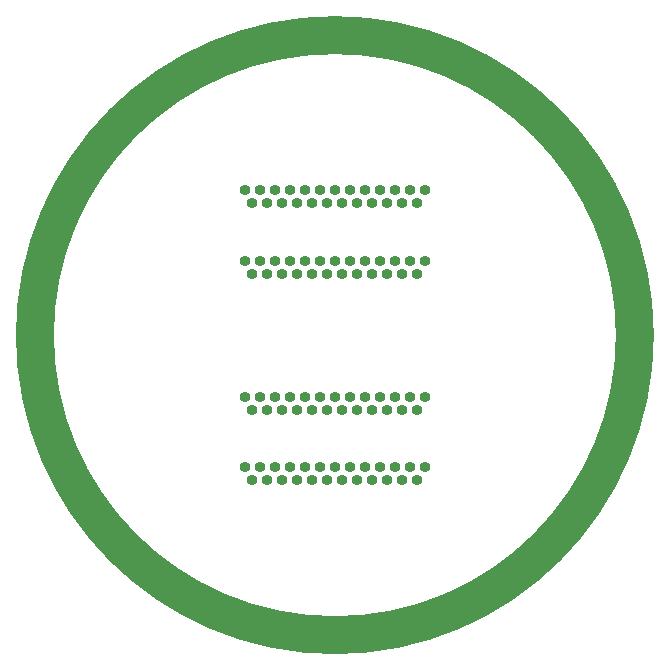
<source format=gbr>
%TF.GenerationSoftware,KiCad,Pcbnew,(5.1.10)-1*%
%TF.CreationDate,2023-01-05T11:00:30-07:00*%
%TF.ProjectId,Double_MicroD_25_Gateway,446f7562-6c65-45f4-9d69-63726f445f32,rev?*%
%TF.SameCoordinates,Original*%
%TF.FileFunction,Soldermask,Bot*%
%TF.FilePolarity,Negative*%
%FSLAX46Y46*%
G04 Gerber Fmt 4.6, Leading zero omitted, Abs format (unit mm)*
G04 Created by KiCad (PCBNEW (5.1.10)-1) date 2023-01-05 11:00:30*
%MOMM*%
%LPD*%
G01*
G04 APERTURE LIST*
%ADD10C,3.200000*%
%ADD11O,0.920000X0.920000*%
G04 APERTURE END LIST*
D10*
X25400000Y0D02*
G75*
G03*
X25400000Y0I-25400000J0D01*
G01*
D11*
%TO.C,J4*%
X7620000Y-11196000D03*
X6985000Y-12296000D03*
X6350000Y-11196000D03*
X5715000Y-12296000D03*
X5080000Y-11196000D03*
X4445000Y-12296000D03*
X3810000Y-11196000D03*
X3175000Y-12296000D03*
X2540000Y-11196000D03*
X1905000Y-12296000D03*
X1270000Y-11196000D03*
X635000Y-12296000D03*
X0Y-11196000D03*
X-635000Y-12296000D03*
X-1270000Y-11196000D03*
X-1905000Y-12296000D03*
X-2540000Y-11196000D03*
X-3175000Y-12296000D03*
X-3810000Y-11196000D03*
X-4445000Y-12296000D03*
X-5080000Y-11196000D03*
X-5715000Y-12296000D03*
X-6350000Y-11196000D03*
X-6985000Y-12296000D03*
X-7620000Y-11196000D03*
%TD*%
%TO.C,J3*%
X-7620000Y-5196000D03*
X-6985000Y-6296000D03*
X-6350000Y-5196000D03*
X-5715000Y-6296000D03*
X-5080000Y-5196000D03*
X-4445000Y-6296000D03*
X-3810000Y-5196000D03*
X-3175000Y-6296000D03*
X-2540000Y-5196000D03*
X-1905000Y-6296000D03*
X-1270000Y-5196000D03*
X-635000Y-6296000D03*
X0Y-5196000D03*
X635000Y-6296000D03*
X1270000Y-5196000D03*
X1905000Y-6296000D03*
X2540000Y-5196000D03*
X3175000Y-6296000D03*
X3810000Y-5196000D03*
X4445000Y-6296000D03*
X5080000Y-5196000D03*
X5715000Y-6296000D03*
X6350000Y-5196000D03*
X6985000Y-6296000D03*
X7620000Y-5196000D03*
%TD*%
%TO.C,J2*%
X7620000Y12296000D03*
X6985000Y11196000D03*
X6350000Y12296000D03*
X5715000Y11196000D03*
X5080000Y12296000D03*
X4445000Y11196000D03*
X3810000Y12296000D03*
X3175000Y11196000D03*
X2540000Y12296000D03*
X1905000Y11196000D03*
X1270000Y12296000D03*
X635000Y11196000D03*
X0Y12296000D03*
X-635000Y11196000D03*
X-1270000Y12296000D03*
X-1905000Y11196000D03*
X-2540000Y12296000D03*
X-3175000Y11196000D03*
X-3810000Y12296000D03*
X-4445000Y11196000D03*
X-5080000Y12296000D03*
X-5715000Y11196000D03*
X-6350000Y12296000D03*
X-6985000Y11196000D03*
X-7620000Y12296000D03*
%TD*%
%TO.C,J1*%
X-7620000Y6296000D03*
X-6985000Y5196000D03*
X-6350000Y6296000D03*
X-5715000Y5196000D03*
X-5080000Y6296000D03*
X-4445000Y5196000D03*
X-3810000Y6296000D03*
X-3175000Y5196000D03*
X-2540000Y6296000D03*
X-1905000Y5196000D03*
X-1270000Y6296000D03*
X-635000Y5196000D03*
X0Y6296000D03*
X635000Y5196000D03*
X1270000Y6296000D03*
X1905000Y5196000D03*
X2540000Y6296000D03*
X3175000Y5196000D03*
X3810000Y6296000D03*
X4445000Y5196000D03*
X5080000Y6296000D03*
X5715000Y5196000D03*
X6350000Y6296000D03*
X6985000Y5196000D03*
X7620000Y6296000D03*
%TD*%
M02*

</source>
